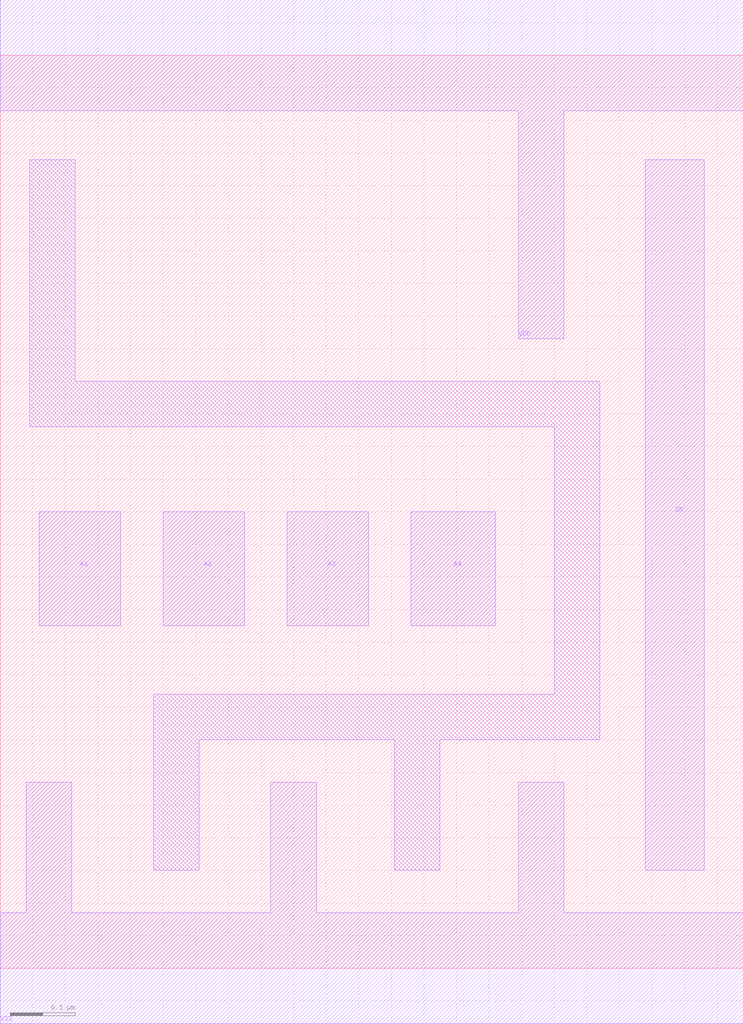
<source format=lef>
# 
# ******************************************************************************
# *                                                                            *
# *                   Copyright (C) 2004-2010, Nangate Inc.                    *
# *                           All rights reserved.                             *
# *                                                                            *
# * Nangate and the Nangate logo are trademarks of Nangate Inc.                *
# *                                                                            *
# * All trademarks, logos, software marks, and trade names (collectively the   *
# * "Marks") in this program are proprietary to Nangate or other respective    *
# * owners that have granted Nangate the right and license to use such Marks.  *
# * You are not permitted to use the Marks without the prior written consent   *
# * of Nangate or such third party that may own the Marks.                     *
# *                                                                            *
# * This file has been provided pursuant to a License Agreement containing     *
# * restrictions on its use. This file contains valuable trade secrets and     *
# * proprietary information of Nangate Inc., and is protected by U.S. and      *
# * international laws and/or treaties.                                        *
# *                                                                            *
# * The copyright notice(s) in this file does not indicate actual or intended  *
# * publication of this file.                                                  *
# *                                                                            *
# *     NGLibraryCreator, v2010.08-HR32-SP3-2010-08-05 - build 1009061800      *
# *                                                                            *
# ******************************************************************************
# 
# 
# Running on brazil06.nangate.com.br for user Giancarlo Franciscatto (gfr).
# Local time is now Fri, 3 Dec 2010, 19:32:18.
# Main process id is 27821.

VERSION 5.6 ;
BUSBITCHARS "[]" ;
DIVIDERCHAR "/" ;

MACRO OR4_X1
  CLASS core ;
  FOREIGN OR4_X1 0.0 0.0 ;
  ORIGIN 0 0 ;
  SYMMETRY X Y ;
  SITE FreePDK45_38x28_10R_NP_162NW_34O ;
  SIZE 1.14 BY 1.4 ;
  PIN A1
    DIRECTION INPUT ;
    ANTENNAPARTIALMETALAREA 0.021875 LAYER metal1 ;
    ANTENNAPARTIALMETALSIDEAREA 0.078 LAYER metal1 ;
    ANTENNAGATEAREA 0.02625 ;
    PORT
      LAYER metal1 ;
        POLYGON 0.06 0.525 0.185 0.525 0.185 0.7 0.06 0.7  ;
    END
  END A1
  PIN A2
    DIRECTION INPUT ;
    ANTENNAPARTIALMETALAREA 0.021875 LAYER metal1 ;
    ANTENNAPARTIALMETALSIDEAREA 0.078 LAYER metal1 ;
    ANTENNAGATEAREA 0.02625 ;
    PORT
      LAYER metal1 ;
        POLYGON 0.25 0.525 0.375 0.525 0.375 0.7 0.25 0.7  ;
    END
  END A2
  PIN A3
    DIRECTION INPUT ;
    ANTENNAPARTIALMETALAREA 0.021875 LAYER metal1 ;
    ANTENNAPARTIALMETALSIDEAREA 0.078 LAYER metal1 ;
    ANTENNAGATEAREA 0.02625 ;
    PORT
      LAYER metal1 ;
        POLYGON 0.44 0.525 0.565 0.525 0.565 0.7 0.44 0.7  ;
    END
  END A3
  PIN A4
    DIRECTION INPUT ;
    ANTENNAPARTIALMETALAREA 0.02275 LAYER metal1 ;
    ANTENNAPARTIALMETALSIDEAREA 0.0793 LAYER metal1 ;
    ANTENNAGATEAREA 0.02625 ;
    PORT
      LAYER metal1 ;
        POLYGON 0.63 0.525 0.76 0.525 0.76 0.7 0.63 0.7  ;
    END
  END A4
  PIN ZN
    DIRECTION OUTPUT ;
    ANTENNAPARTIALMETALAREA 0.0981 LAYER metal1 ;
    ANTENNAPARTIALMETALSIDEAREA 0.3068 LAYER metal1 ;
    ANTENNADIFFAREA 0.109725 ;
    PORT
      LAYER metal1 ;
        POLYGON 0.99 0.15 1.08 0.15 1.08 1.24 0.99 1.24  ;
    END
  END ZN
  PIN VDD
    DIRECTION INOUT ;
    USE power ;
    SHAPE ABUTMENT ;
    PORT
      LAYER metal1 ;
        POLYGON 0 1.315 0.795 1.315 0.795 0.965 0.865 0.965 0.865 1.315 0.92 1.315 1.14 1.315 1.14 1.485 0.92 1.485 0 1.485  ;
    END
  END VDD
  PIN VSS
    DIRECTION INOUT ;
    USE ground ;
    SHAPE ABUTMENT ;
    PORT
      LAYER metal1 ;
        POLYGON 0 -0.085 1.14 -0.085 1.14 0.085 0.865 0.085 0.865 0.285 0.795 0.285 0.795 0.085 0.485 0.085 0.485 0.285 0.415 0.285 0.415 0.085 0.11 0.085 0.11 0.285 0.04 0.285 0.04 0.085 0 0.085  ;
    END
  END VSS
  OBS
      LAYER metal1 ;
        POLYGON 0.045 0.83 0.85 0.83 0.85 0.42 0.235 0.42 0.235 0.15 0.305 0.15 0.305 0.35 0.605 0.35 0.605 0.15 0.675 0.15 0.675 0.35 0.92 0.35 0.92 0.9 0.115 0.9 0.115 1.24 0.045 1.24  ;
  END
END OR4_X1

END LIBRARY
#
# End of file
#

</source>
